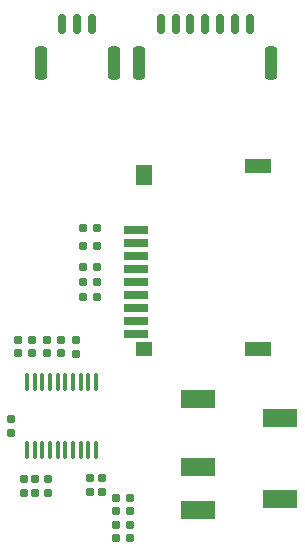
<source format=gbr>
%TF.GenerationSoftware,KiCad,Pcbnew,(6.0.0-rc1-323-gb9e66d8b98)*%
%TF.CreationDate,2021-12-29T00:01:45+08:00*%
%TF.ProjectId,AudioExtendBoard,41756469-6f45-4787-9465-6e64426f6172,rev?*%
%TF.SameCoordinates,Original*%
%TF.FileFunction,Paste,Top*%
%TF.FilePolarity,Positive*%
%FSLAX46Y46*%
G04 Gerber Fmt 4.6, Leading zero omitted, Abs format (unit mm)*
G04 Created by KiCad (PCBNEW (6.0.0-rc1-323-gb9e66d8b98)) date 2021-12-29 00:01:45*
%MOMM*%
%LPD*%
G01*
G04 APERTURE LIST*
G04 Aperture macros list*
%AMRoundRect*
0 Rectangle with rounded corners*
0 $1 Rounding radius*
0 $2 $3 $4 $5 $6 $7 $8 $9 X,Y pos of 4 corners*
0 Add a 4 corners polygon primitive as box body*
4,1,4,$2,$3,$4,$5,$6,$7,$8,$9,$2,$3,0*
0 Add four circle primitives for the rounded corners*
1,1,$1+$1,$2,$3*
1,1,$1+$1,$4,$5*
1,1,$1+$1,$6,$7*
1,1,$1+$1,$8,$9*
0 Add four rect primitives between the rounded corners*
20,1,$1+$1,$2,$3,$4,$5,0*
20,1,$1+$1,$4,$5,$6,$7,0*
20,1,$1+$1,$6,$7,$8,$9,0*
20,1,$1+$1,$8,$9,$2,$3,0*%
G04 Aperture macros list end*
%ADD10RoundRect,0.150000X0.150000X0.700000X-0.150000X0.700000X-0.150000X-0.700000X0.150000X-0.700000X0*%
%ADD11RoundRect,0.250000X0.250000X1.150000X-0.250000X1.150000X-0.250000X-1.150000X0.250000X-1.150000X0*%
%ADD12RoundRect,0.100000X0.100000X-0.637500X0.100000X0.637500X-0.100000X0.637500X-0.100000X-0.637500X0*%
%ADD13RoundRect,0.155000X-0.155000X0.212500X-0.155000X-0.212500X0.155000X-0.212500X0.155000X0.212500X0*%
%ADD14R,3.000000X1.500000*%
%ADD15RoundRect,0.155000X-0.212500X-0.155000X0.212500X-0.155000X0.212500X0.155000X-0.212500X0.155000X0*%
%ADD16RoundRect,0.155000X0.155000X-0.212500X0.155000X0.212500X-0.155000X0.212500X-0.155000X-0.212500X0*%
%ADD17RoundRect,0.160000X0.197500X0.160000X-0.197500X0.160000X-0.197500X-0.160000X0.197500X-0.160000X0*%
%ADD18RoundRect,0.160000X-0.197500X-0.160000X0.197500X-0.160000X0.197500X0.160000X-0.197500X0.160000X0*%
%ADD19RoundRect,0.160000X-0.160000X0.197500X-0.160000X-0.197500X0.160000X-0.197500X0.160000X0.197500X0*%
%ADD20R,2.000000X0.700000*%
%ADD21R,1.397000X1.270000*%
%ADD22R,2.286000X1.270000*%
%ADD23R,1.397000X1.778000*%
%ADD24RoundRect,0.155000X0.212500X0.155000X-0.212500X0.155000X-0.212500X-0.155000X0.212500X-0.155000X0*%
G04 APERTURE END LIST*
D10*
%TO.C,J5*%
X176190000Y-81110000D03*
X174940000Y-81110000D03*
X173690000Y-81110000D03*
D11*
X171840000Y-84460000D03*
X178040000Y-84460000D03*
%TD*%
D12*
%TO.C,U1*%
X170685000Y-117192500D03*
X171335000Y-117192500D03*
X171985000Y-117192500D03*
X172635000Y-117192500D03*
X173285000Y-117192500D03*
X173935000Y-117192500D03*
X174585000Y-117192500D03*
X175235000Y-117192500D03*
X175885000Y-117192500D03*
X176535000Y-117192500D03*
X176535000Y-111467500D03*
X175885000Y-111467500D03*
X175235000Y-111467500D03*
X174585000Y-111467500D03*
X173935000Y-111467500D03*
X173285000Y-111467500D03*
X172635000Y-111467500D03*
X171985000Y-111467500D03*
X171335000Y-111467500D03*
X170685000Y-111467500D03*
%TD*%
D13*
%TO.C,C1*%
X171135000Y-107865000D03*
X171135000Y-109000000D03*
%TD*%
D14*
%TO.C,PHONE1*%
X192128500Y-114447500D03*
X192128500Y-121347500D03*
X185128500Y-122247500D03*
X185128500Y-118647500D03*
X185128500Y-112847500D03*
%TD*%
D13*
%TO.C,C6*%
X169330000Y-114592500D03*
X169330000Y-115727500D03*
%TD*%
D15*
%TO.C,C12*%
X178245000Y-121240000D03*
X179380000Y-121240000D03*
%TD*%
D13*
%TO.C,C3*%
X169897500Y-107865000D03*
X169897500Y-109000000D03*
%TD*%
D16*
%TO.C,C5*%
X176000000Y-120717500D03*
X176000000Y-119582500D03*
%TD*%
%TO.C,C2*%
X171350000Y-120800000D03*
X171350000Y-119665000D03*
%TD*%
D17*
%TO.C,R8*%
X179390000Y-122373333D03*
X178195000Y-122373333D03*
%TD*%
D16*
%TO.C,C8*%
X177040000Y-120717500D03*
X177040000Y-119582500D03*
%TD*%
%TO.C,C7*%
X172450000Y-120800000D03*
X172450000Y-119665000D03*
%TD*%
%TO.C,C4*%
X170400000Y-120800000D03*
X170400000Y-119665000D03*
%TD*%
D18*
%TO.C,R1*%
X175442500Y-98410000D03*
X176637500Y-98410000D03*
%TD*%
D19*
%TO.C,R6*%
X174857500Y-107855000D03*
X174857500Y-109050000D03*
%TD*%
D18*
%TO.C,R4*%
X175463500Y-102975000D03*
X176658500Y-102975000D03*
%TD*%
D17*
%TO.C,R7*%
X179390000Y-123516666D03*
X178195000Y-123516666D03*
%TD*%
D13*
%TO.C,C10*%
X173610000Y-107865000D03*
X173610000Y-109000000D03*
%TD*%
D18*
%TO.C,R5*%
X175463500Y-104260000D03*
X176658500Y-104260000D03*
%TD*%
D10*
%TO.C,J4*%
X189530000Y-81080000D03*
X188280000Y-81080000D03*
X187030000Y-81080000D03*
X185780000Y-81080000D03*
X184530000Y-81080000D03*
X183280000Y-81080000D03*
X182030000Y-81080000D03*
D11*
X180180000Y-84430000D03*
X191380000Y-84430000D03*
%TD*%
D18*
%TO.C,R3*%
X175463500Y-101690000D03*
X176658500Y-101690000D03*
%TD*%
%TO.C,R2*%
X175432500Y-99880000D03*
X176627500Y-99880000D03*
%TD*%
D20*
%TO.C,J1*%
X179935000Y-98588000D03*
X179937000Y-99688000D03*
X179935000Y-100784000D03*
X179935000Y-101884000D03*
X179935000Y-102983000D03*
X179935000Y-104081000D03*
X179935000Y-105177000D03*
X179935000Y-106275000D03*
X179935000Y-107379000D03*
D21*
X180573000Y-108627000D03*
D22*
X190225000Y-108627000D03*
D23*
X180573000Y-93895000D03*
D22*
X190225000Y-93133000D03*
%TD*%
D24*
%TO.C,C11*%
X179380000Y-124650000D03*
X178245000Y-124650000D03*
%TD*%
D13*
%TO.C,C9*%
X172372500Y-107865000D03*
X172372500Y-109000000D03*
%TD*%
M02*

</source>
